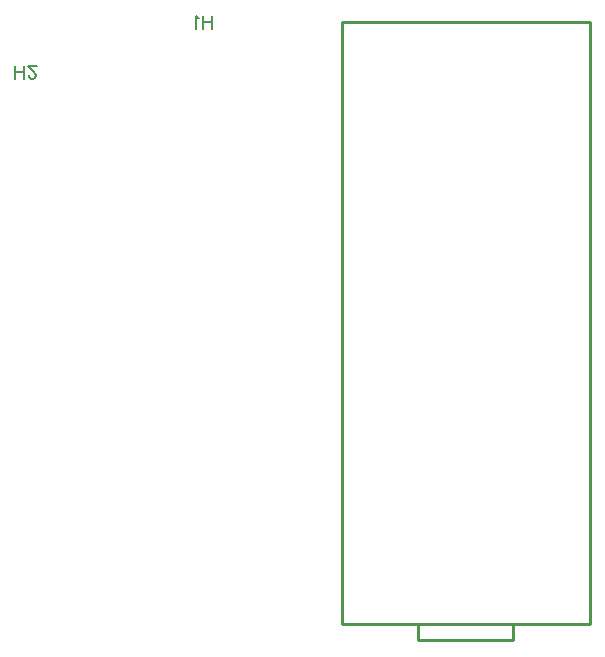
<source format=gbo>
G04 Layer: BottomSilkscreenLayer*
G04 EasyEDA v6.5.29, 2023-07-14 16:03:38*
G04 49c0109143794da29a213c6937cafebe,1e4d668faf9c44eeab1497739a8aa4b2,10*
G04 Gerber Generator version 0.2*
G04 Scale: 100 percent, Rotated: No, Reflected: No *
G04 Dimensions in millimeters *
G04 leading zeros omitted , absolute positions ,4 integer and 5 decimal *
%FSLAX45Y45*%
%MOMM*%

%ADD10C,0.1524*%
%ADD11C,0.2540*%

%LPD*%
D10*
X10062479Y7765300D02*
G01*
X10062479Y7656334D01*
X9989835Y7765300D02*
G01*
X9989835Y7656334D01*
X10062479Y7713484D02*
G01*
X9989835Y7713484D01*
X9955545Y7744472D02*
G01*
X9945131Y7749806D01*
X9929383Y7765300D01*
X9929383Y7656334D01*
X8399985Y7234669D02*
G01*
X8399985Y7343635D01*
X8472629Y7234669D02*
G01*
X8472629Y7343635D01*
X8399985Y7286485D02*
G01*
X8472629Y7286485D01*
X8512253Y7260577D02*
G01*
X8512253Y7255497D01*
X8517333Y7245083D01*
X8522667Y7239749D01*
X8533081Y7234669D01*
X8553655Y7234669D01*
X8564069Y7239749D01*
X8569403Y7245083D01*
X8574483Y7255497D01*
X8574483Y7265911D01*
X8569403Y7276325D01*
X8558989Y7291819D01*
X8506919Y7343635D01*
X8579817Y7343635D01*
D11*
X11162474Y7712481D02*
G01*
X13262475Y7712481D01*
X13262475Y2612483D02*
G01*
X13262475Y7712481D01*
X11162474Y2612483D02*
G01*
X11162474Y7712481D01*
X11812475Y2482484D02*
G01*
X11812475Y2612483D01*
X12612474Y2612481D02*
G01*
X12612474Y2482486D01*
X12612474Y2482486D02*
G01*
X11812475Y2482486D01*
X11812475Y2612483D02*
G01*
X11162474Y2612483D01*
X12612474Y2612481D02*
G01*
X11812475Y2612481D01*
X12612474Y2612481D02*
G01*
X13262475Y2612481D01*
M02*

</source>
